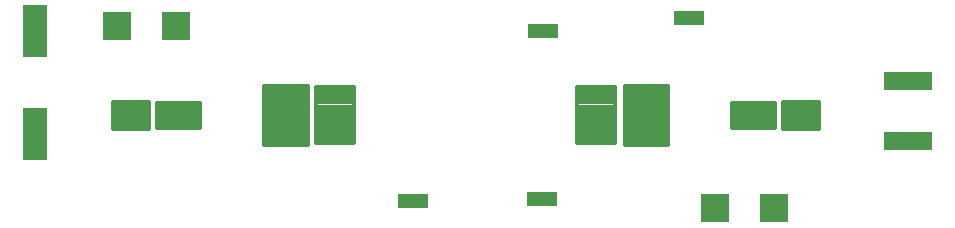
<source format=gbp>
G04 EAGLE Gerber RS-274X export*
G75*
%MOMM*%
%FSLAX34Y34*%
%LPD*%
%INBottom Paste*%
%IPPOS*%
%AMOC8*
5,1,8,0,0,1.08239X$1,22.5*%
G01*
%ADD10R,2.115300X4.415700*%
%ADD11R,2.400000X2.400000*%
%ADD12R,2.540000X1.270000*%
%ADD13C,0.240000*%
%ADD14C,0.360000*%
%ADD15C,0.260000*%
%ADD16C,0.400000*%
%ADD17R,4.064000X1.524000*%


D10*
X191008Y85505D03*
X191008Y172559D03*
D11*
X816210Y22352D03*
X766210Y22352D03*
D12*
X510668Y28626D03*
X744524Y183908D03*
X620268Y30480D03*
X620776Y172720D03*
D13*
X817758Y112324D02*
X817758Y90724D01*
X780158Y90724D01*
X780158Y112324D01*
X817758Y112324D01*
X817758Y93004D02*
X780158Y93004D01*
X780158Y95284D02*
X817758Y95284D01*
X817758Y97564D02*
X780158Y97564D01*
X780158Y99844D02*
X817758Y99844D01*
X817758Y102124D02*
X780158Y102124D01*
X780158Y104404D02*
X817758Y104404D01*
X817758Y106684D02*
X780158Y106684D01*
X780158Y108964D02*
X817758Y108964D01*
X817758Y111244D02*
X780158Y111244D01*
X293158Y112324D02*
X293158Y90724D01*
X293158Y112324D02*
X330758Y112324D01*
X330758Y90724D01*
X293158Y90724D01*
X293158Y93004D02*
X330758Y93004D01*
X330758Y95284D02*
X293158Y95284D01*
X293158Y97564D02*
X330758Y97564D01*
X330758Y99844D02*
X293158Y99844D01*
X293158Y102124D02*
X330758Y102124D01*
X330758Y104404D02*
X293158Y104404D01*
X293158Y106684D02*
X330758Y106684D01*
X330758Y108964D02*
X293158Y108964D01*
X293158Y111244D02*
X330758Y111244D01*
D14*
X649758Y77824D02*
X682158Y77824D01*
X649758Y77824D02*
X649758Y125224D01*
X682158Y125224D01*
X682158Y77824D01*
X682158Y81244D02*
X649758Y81244D01*
X649758Y84664D02*
X682158Y84664D01*
X682158Y88084D02*
X649758Y88084D01*
X649758Y91504D02*
X682158Y91504D01*
X682158Y94924D02*
X649758Y94924D01*
X649758Y98344D02*
X682158Y98344D01*
X682158Y101764D02*
X649758Y101764D01*
X649758Y105184D02*
X682158Y105184D01*
X682158Y108604D02*
X649758Y108604D01*
X649758Y112024D02*
X682158Y112024D01*
X682158Y115444D02*
X649758Y115444D01*
X649758Y118864D02*
X682158Y118864D01*
X682158Y122284D02*
X649758Y122284D01*
X461158Y125224D02*
X428758Y125224D01*
X461158Y125224D02*
X461158Y77824D01*
X428758Y77824D01*
X428758Y125224D01*
X428758Y81244D02*
X461158Y81244D01*
X461158Y84664D02*
X428758Y84664D01*
X428758Y88084D02*
X461158Y88084D01*
X461158Y91504D02*
X428758Y91504D01*
X428758Y94924D02*
X461158Y94924D01*
X461158Y98344D02*
X428758Y98344D01*
X428758Y101764D02*
X461158Y101764D01*
X461158Y105184D02*
X428758Y105184D01*
X428758Y108604D02*
X461158Y108604D01*
X461158Y112024D02*
X428758Y112024D01*
X428758Y115444D02*
X461158Y115444D01*
X461158Y118864D02*
X428758Y118864D01*
X428758Y122284D02*
X461158Y122284D01*
D15*
X854658Y113224D02*
X854658Y89824D01*
X823258Y89824D01*
X823258Y113224D01*
X854658Y113224D01*
X854658Y92294D02*
X823258Y92294D01*
X823258Y94764D02*
X854658Y94764D01*
X854658Y97234D02*
X823258Y97234D01*
X823258Y99704D02*
X854658Y99704D01*
X854658Y102174D02*
X823258Y102174D01*
X823258Y104644D02*
X854658Y104644D01*
X854658Y107114D02*
X823258Y107114D01*
X823258Y109584D02*
X854658Y109584D01*
X854658Y112054D02*
X823258Y112054D01*
D16*
X725958Y77024D02*
X689958Y77024D01*
X689958Y126024D01*
X725958Y126024D01*
X725958Y77024D01*
X725958Y80824D02*
X689958Y80824D01*
X689958Y84624D02*
X725958Y84624D01*
X725958Y88424D02*
X689958Y88424D01*
X689958Y92224D02*
X725958Y92224D01*
X725958Y96024D02*
X689958Y96024D01*
X689958Y99824D02*
X725958Y99824D01*
X725958Y103624D02*
X689958Y103624D01*
X689958Y107424D02*
X725958Y107424D01*
X725958Y111224D02*
X689958Y111224D01*
X689958Y115024D02*
X725958Y115024D01*
X725958Y118824D02*
X689958Y118824D01*
X689958Y122624D02*
X725958Y122624D01*
X420958Y126024D02*
X384958Y126024D01*
X420958Y126024D02*
X420958Y77024D01*
X384958Y77024D01*
X384958Y126024D01*
X384958Y80824D02*
X420958Y80824D01*
X420958Y84624D02*
X384958Y84624D01*
X384958Y88424D02*
X420958Y88424D01*
X420958Y92224D02*
X384958Y92224D01*
X384958Y96024D02*
X420958Y96024D01*
X420958Y99824D02*
X384958Y99824D01*
X384958Y103624D02*
X420958Y103624D01*
X420958Y107424D02*
X384958Y107424D01*
X384958Y111224D02*
X420958Y111224D01*
X420958Y115024D02*
X384958Y115024D01*
X384958Y118824D02*
X420958Y118824D01*
X420958Y122624D02*
X384958Y122624D01*
D15*
X256258Y113224D02*
X256258Y89824D01*
X256258Y113224D02*
X287658Y113224D01*
X287658Y89824D01*
X256258Y89824D01*
X256258Y92294D02*
X287658Y92294D01*
X287658Y94764D02*
X256258Y94764D01*
X256258Y97234D02*
X287658Y97234D01*
X287658Y99704D02*
X256258Y99704D01*
X256258Y102174D02*
X287658Y102174D01*
X287658Y104644D02*
X256258Y104644D01*
X256258Y107114D02*
X287658Y107114D01*
X287658Y109584D02*
X256258Y109584D01*
X256258Y112054D02*
X287658Y112054D01*
D17*
X930000Y78984D03*
X930000Y129784D03*
D11*
X310000Y177000D03*
X260000Y177000D03*
M02*

</source>
